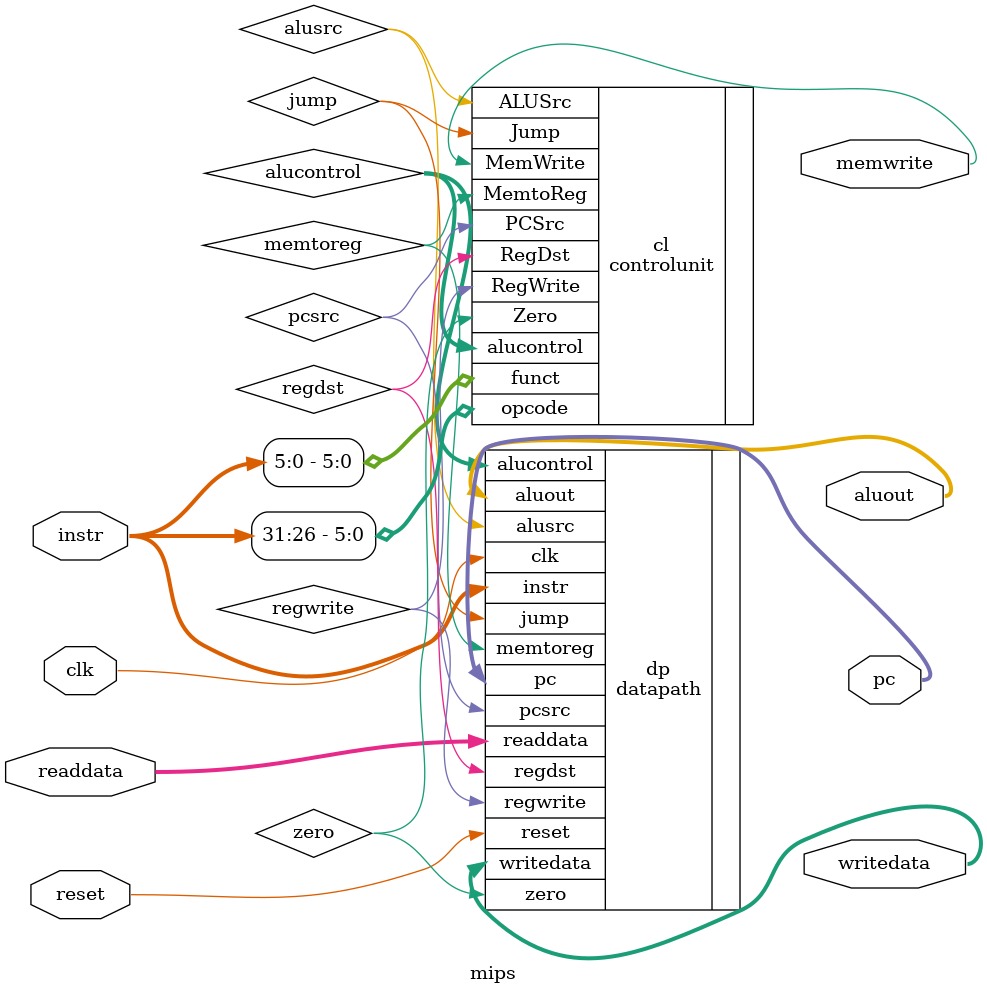
<source format=sv>
module mips
    (input logic clk, reset,
    input logic [31:0] instr, readdata,
    output logic memwrite,
    output logic [31:0] pc, aluout, writedata);

    logic memtoreg, pcsrc, alusrc, regdst, regwrite, jump, zero;
    logic [2:0] alucontrol;

    datapath       dp(.clk(clk), .reset(reset), .memtoreg(memtoreg), .pcsrc(pcsrc), .alusrc(alusrc), .regdst(regdst), .regwrite(regwrite), .jump(jump), .zero(zero), .instr(instr), .readdata(readdata), .alucontrol(alucontrol), .pc(pc), .aluout(aluout), .writedata(writedata));

    controlunit    cl(.opcode(instr[31:26]), .funct(instr[5:0]), .Zero(zero), .RegWrite(regwrite), .RegDst(regdst), .ALUSrc(alusrc), .MemWrite(memwrite), .MemtoReg(memtoreg), .Jump(jump), .PCSrc(pcsrc), .alucontrol(alucontrol));

endmodule

</source>
